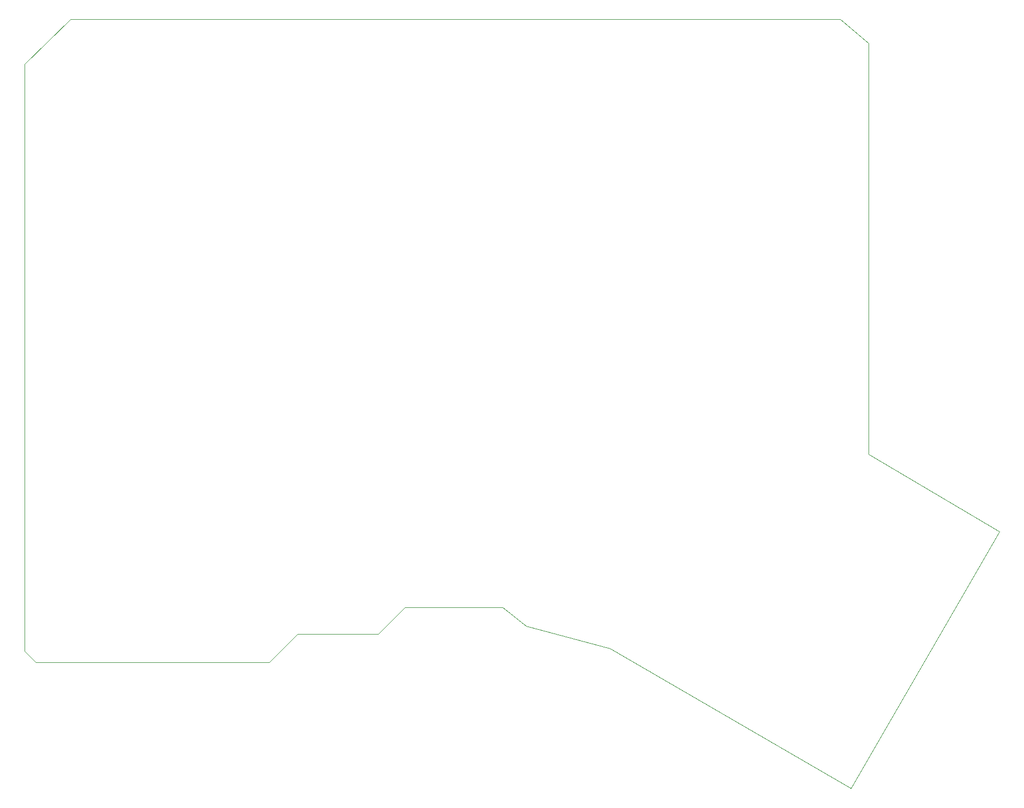
<source format=gm1>
G04 #@! TF.GenerationSoftware,KiCad,Pcbnew,7.0.2*
G04 #@! TF.CreationDate,2023-04-27T22:28:51+02:00*
G04 #@! TF.ProjectId,redox_rev1,7265646f-785f-4726-9576-312e6b696361,1.0*
G04 #@! TF.SameCoordinates,Original*
G04 #@! TF.FileFunction,Profile,NP*
%FSLAX46Y46*%
G04 Gerber Fmt 4.6, Leading zero omitted, Abs format (unit mm)*
G04 Created by KiCad (PCBNEW 7.0.2) date 2023-04-27 22:28:51*
%MOMM*%
%LPD*%
G01*
G04 APERTURE LIST*
G04 #@! TA.AperFunction,Profile*
%ADD10C,0.100000*%
G04 #@! TD*
G04 APERTURE END LIST*
D10*
X69620000Y-41098000D02*
X69620000Y-44400000D01*
X69620000Y-41098000D02*
X76870000Y-34050000D01*
X71370000Y-136050000D02*
X108370000Y-136050000D01*
X125620000Y-131550000D02*
X129870000Y-127300000D01*
X112870000Y-131550000D02*
X125620000Y-131550000D01*
X149120000Y-130300000D02*
X145370000Y-127300000D01*
X198870000Y-34050000D02*
X76870000Y-34050000D01*
X145370000Y-127300000D02*
X129870000Y-127300000D01*
X200620000Y-156050000D02*
X162370000Y-133800000D01*
X69620000Y-134300000D02*
X71370000Y-136050000D01*
X69620000Y-44400000D02*
X69620000Y-134300000D01*
X108370000Y-136050000D02*
X112870000Y-131550000D01*
X203370000Y-37800000D02*
X198870000Y-34050000D01*
X203370000Y-37800000D02*
X203370000Y-103050000D01*
X203370000Y-103050000D02*
X224120000Y-115300000D01*
X200620000Y-156050000D02*
X224120000Y-115300000D01*
X162370000Y-133800000D02*
X149120000Y-130300000D01*
M02*

</source>
